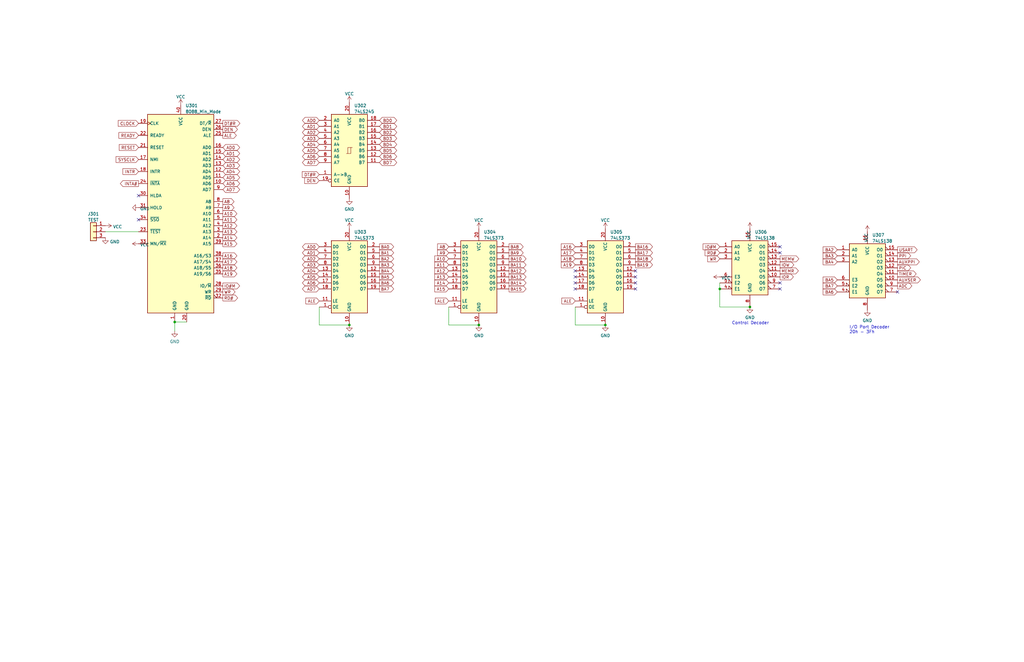
<source format=kicad_sch>
(kicad_sch (version 20211123) (generator eeschema)
  (paper "B")
  (title_block (title "8088Min CPU Board") (date "2022-10-07") (rev "1.0-001") (comment 1 "8088 Minimum-mode SBC") (comment 2 "Based on design from Walter Fuller"))
  (lib_symbols
    (symbol "74xx:74LS138" (pin_names (offset 1.016))
      (property "Reference" "U" (at -7.62 11.43 0))
      (property "Value" "74LS138" (at -7.62 -13.97 0))
      (symbol "74LS138_1_0"
        (pin input line (at -12.7 7.62 0) (length 5.08) (name "A0") (number "1"))
        (pin output output_low (at 12.7 -5.08 180) (length 5.08) (name "O5") (number "10"))
        (pin output output_low (at 12.7 -2.54 180) (length 5.08) (name "O4") (number "11"))
        (pin output output_low (at 12.7 0 180) (length 5.08) (name "O3") (number "12"))
        (pin output output_low (at 12.7 2.54 180) (length 5.08) (name "O2") (number "13"))
        (pin output output_low (at 12.7 5.08 180) (length 5.08) (name "O1") (number "14"))
        (pin output output_low (at 12.7 7.62 180) (length 5.08) (name "O0") (number "15"))
        (pin power_in line (at 0 15.24 270) (length 5.08) (name "VCC") (number "16"))
        (pin input line (at -12.7 5.08 0) (length 5.08) (name "A1") (number "2"))
        (pin input line (at -12.7 2.54 0) (length 5.08) (name "A2") (number "3"))
        (pin input input_low (at -12.7 -10.16 0) (length 5.08) (name "E1") (number "4"))
        (pin input input_low (at -12.7 -7.62 0) (length 5.08) (name "E2") (number "5"))
        (pin input line (at -12.7 -5.08 0) (length 5.08) (name "E3") (number "6"))
        (pin output output_low (at 12.7 -10.16 180) (length 5.08) (name "O7") (number "7"))
        (pin power_in line (at 0 -17.78 90) (length 5.08) (name "GND") (number "8"))
        (pin output output_low (at 12.7 -7.62 180) (length 5.08) (name "O6") (number "9"))
      )
      (symbol "74LS138_1_1"
        (rectangle (start -7.62 10.16) (end 7.62 -12.7) (stroke (width 0.254)) (fill (type background)))
      )
    )
    (symbol "74xx:74LS245" (pin_names (offset 1.016))
      (property "Reference" "U" (at -7.62 16.51 0))
      (property "Value" "74LS245" (at -7.62 -16.51 0))
      (symbol "74LS245_1_0"
        (polyline (pts (xy -0.635 -1.27) (xy -0.635 1.27) (xy 0.635 1.27)))
        (polyline (pts (xy -1.27 -1.27) (xy 0.635 -1.27) (xy 0.635 1.27) (xy 1.27 1.27)))
        (pin input line (at -12.7 -10.16 0) (length 5.08) (name "A->B") (number "1"))
        (pin power_in line (at 0 -20.32 90) (length 5.08) (name "GND") (number "10"))
        (pin tri_state line (at 12.7 -5.08 180) (length 5.08) (name "B7") (number "11"))
        (pin tri_state line (at 12.7 -2.54 180) (length 5.08) (name "B6") (number "12"))
        (pin tri_state line (at 12.7 0 180) (length 5.08) (name "B5") (number "13"))
        (pin tri_state line (at 12.7 2.54 180) (length 5.08) (name "B4") (number "14"))
        (pin tri_state line (at 12.7 5.08 180) (length 5.08) (name "B3") (number "15"))
        (pin tri_state line (at 12.7 7.62 180) (length 5.08) (name "B2") (number "16"))
        (pin tri_state line (at 12.7 10.16 180) (length 5.08) (name "B1") (number "17"))
        (pin tri_state line (at 12.7 12.7 180) (length 5.08) (name "B0") (number "18"))
        (pin input inverted (at -12.7 -12.7 0) (length 5.08) (name "CE") (number "19"))
        (pin tri_state line (at -12.7 12.7 0) (length 5.08) (name "A0") (number "2"))
        (pin power_in line (at 0 20.32 270) (length 5.08) (name "VCC") (number "20"))
        (pin tri_state line (at -12.7 10.16 0) (length 5.08) (name "A1") (number "3"))
        (pin tri_state line (at -12.7 7.62 0) (length 5.08) (name "A2") (number "4"))
        (pin tri_state line (at -12.7 5.08 0) (length 5.08) (name "A3") (number "5"))
        (pin tri_state line (at -12.7 2.54 0) (length 5.08) (name "A4") (number "6"))
        (pin tri_state line (at -12.7 0 0) (length 5.08) (name "A5") (number "7"))
        (pin tri_state line (at -12.7 -2.54 0) (length 5.08) (name "A6") (number "8"))
        (pin tri_state line (at -12.7 -5.08 0) (length 5.08) (name "A7") (number "9"))
      )
      (symbol "74LS245_1_1"
        (rectangle (start -7.62 15.24) (end 7.62 -15.24) (stroke (width 0.254)) (fill (type background)))
      )
    )
    (symbol "74xx:74LS373"
      (property "Reference" "U" (at -7.62 16.51 0))
      (property "Value" "74LS373" (at -7.62 -16.51 0))
      (symbol "74LS373_1_0"
        (pin input inverted (at -12.7 -12.7 0) (length 5.08) (name "OE") (number "1"))
        (pin power_in line (at 0 -20.32 90) (length 5.08) (name "GND") (number "10"))
        (pin input line (at -12.7 -10.16 0) (length 5.08) (name "LE") (number "11"))
        (pin tri_state line (at 12.7 2.54 180) (length 5.08) (name "O4") (number "12"))
        (pin input line (at -12.7 2.54 0) (length 5.08) (name "D4") (number "13"))
        (pin input line (at -12.7 0 0) (length 5.08) (name "D5") (number "14"))
        (pin tri_state line (at 12.7 0 180) (length 5.08) (name "O5") (number "15"))
        (pin tri_state line (at 12.7 -2.54 180) (length 5.08) (name "O6") (number "16"))
        (pin input line (at -12.7 -2.54 0) (length 5.08) (name "D6") (number "17"))
        (pin input line (at -12.7 -5.08 0) (length 5.08) (name "D7") (number "18"))
        (pin tri_state line (at 12.7 -5.08 180) (length 5.08) (name "O7") (number "19"))
        (pin tri_state line (at 12.7 12.7 180) (length 5.08) (name "O0") (number "2"))
        (pin power_in line (at 0 20.32 270) (length 5.08) (name "VCC") (number "20"))
        (pin input line (at -12.7 12.7 0) (length 5.08) (name "D0") (number "3"))
        (pin input line (at -12.7 10.16 0) (length 5.08) (name "D1") (number "4"))
        (pin tri_state line (at 12.7 10.16 180) (length 5.08) (name "O1") (number "5"))
        (pin tri_state line (at 12.7 7.62 180) (length 5.08) (name "O2") (number "6"))
        (pin input line (at -12.7 7.62 0) (length 5.08) (name "D2") (number "7"))
        (pin input line (at -12.7 5.08 0) (length 5.08) (name "D3") (number "8"))
        (pin tri_state line (at 12.7 5.08 180) (length 5.08) (name "O3") (number "9"))
      )
      (symbol "74LS373_1_1"
        (rectangle (start -7.62 15.24) (end 7.62 -15.24) (stroke (width 0.254)) (fill (type background)))
      )
    )
    (symbol "Connector_Generic:Conn_01x03" (pin_names (offset 1.016) hide)
      (property "Reference" "J" (at 0 5.08 0))
      (property "Value" "Conn_01x03" (at 0 -5.08 0))
      (symbol "Conn_01x03_1_1"
        (rectangle (start -1.27 -2.413) (end 0 -2.667) (stroke (width 0.1524)))
        (rectangle (start -1.27 0.127) (end 0 -0.127) (stroke (width 0.1524)))
        (rectangle (start -1.27 2.667) (end 0 2.413) (stroke (width 0.1524)))
        (rectangle (start -1.27 3.81) (end 1.27 -3.81) (stroke (width 0.254)) (fill (type background)))
        (pin passive line (at -5.08 2.54 0) (length 3.81) (name "Pin_1") (number "1"))
        (pin passive line (at -5.08 0 0) (length 3.81) (name "Pin_2") (number "2"))
        (pin passive line (at -5.08 -2.54 0) (length 3.81) (name "Pin_3") (number "3"))
      )
    )
    (symbol "MCU_Intel:8088_Min_Mode" (pin_names (offset 1.016))
      (property "Reference" "U" (at -12.7 43.18 0))
      (property "Value" "8088_Min_Mode" (at 10.16 43.18 0))
      (symbol "8088_Min_Mode_0_1"
        (rectangle (start 13.97 -41.91) (end -13.97 41.91) (stroke (width 0.254)) (fill (type background)))
      )
      (symbol "8088_Min_Mode_1_1"
        (pin power_in line (at -2.54 -45.72 90) (length 3.81) (name "GND") (number "1"))
        (pin bidirectional line (at 17.78 12.7 180) (length 3.81) (name "AD6") (number "10"))
        (pin bidirectional line (at 17.78 15.24 180) (length 3.81) (name "AD5") (number "11"))
        (pin bidirectional line (at 17.78 17.78 180) (length 3.81) (name "AD4") (number "12"))
        (pin bidirectional line (at 17.78 20.32 180) (length 3.81) (name "AD3") (number "13"))
        (pin bidirectional line (at 17.78 22.86 180) (length 3.81) (name "AD2") (number "14"))
        (pin bidirectional line (at 17.78 25.4 180) (length 3.81) (name "AD1") (number "15"))
        (pin bidirectional line (at 17.78 27.94 180) (length 3.81) (name "AD0") (number "16"))
        (pin input line (at -17.78 22.86 0) (length 3.81) (name "NMI") (number "17"))
        (pin input line (at -17.78 17.78 0) (length 3.81) (name "INTR") (number "18"))
        (pin input clock (at -17.78 38.1 0) (length 3.81) (name "CLK") (number "19"))
        (pin output line (at 17.78 -10.16 180) (length 3.81) (name "A14") (number "2"))
        (pin power_in line (at 2.54 -45.72 90) (length 3.81) (name "GND") (number "20"))
        (pin input line (at -17.78 27.94 0) (length 3.81) (name "RESET") (number "21"))
        (pin input line (at -17.78 33.02 0) (length 3.81) (name "READY") (number "22"))
        (pin input line (at -17.78 -7.62 0) (length 3.81) (name "~{TEST}") (number "23"))
        (pin output line (at -17.78 12.7 0) (length 3.81) (name "~{INTA}") (number "24"))
        (pin output line (at 17.78 33.02 180) (length 3.81) (name "ALE") (number "25"))
        (pin output line (at 17.78 35.56 180) (length 3.81) (name "DEN") (number "26"))
        (pin output line (at 17.78 38.1 180) (length 3.81) (name "DT/~{R}") (number "27"))
        (pin output line (at 17.78 -30.48 180) (length 3.81) (name "IO/~{M}") (number "28"))
        (pin output line (at 17.78 -33.02 180) (length 3.81) (name "WR") (number "29"))
        (pin output line (at 17.78 -7.62 180) (length 3.81) (name "A13") (number "3"))
        (pin output line (at -17.78 7.62 0) (length 3.81) (name "HLDA") (number "30"))
        (pin input line (at -17.78 2.54 0) (length 3.81) (name "HOLD") (number "31"))
        (pin output output_low (at 17.78 -35.56 180) (length 3.81) (name "~{RD}") (number "32"))
        (pin input line (at -17.78 -12.7 0) (length 3.81) (name "MN/~{MX}") (number "33"))
        (pin output line (at -17.78 -2.54 0) (length 3.81) (name "~{SSO}") (number "34"))
        (pin output line (at 17.78 -25.4 180) (length 3.81) (name "A19/S6") (number "35"))
        (pin output line (at 17.78 -22.86 180) (length 3.81) (name "A18/S5") (number "36"))
        (pin output line (at 17.78 -20.32 180) (length 3.81) (name "A17/S4") (number "37"))
        (pin output line (at 17.78 -17.78 180) (length 3.81) (name "A16/S3") (number "38"))
        (pin output line (at 17.78 -12.7 180) (length 3.81) (name "A15") (number "39"))
        (pin output line (at 17.78 -5.08 180) (length 3.81) (name "A12") (number "4"))
        (pin power_in line (at 0 45.72 270) (length 3.81) (name "VCC") (number "40"))
        (pin output line (at 17.78 -2.54 180) (length 3.81) (name "A11") (number "5"))
        (pin output line (at 17.78 0 180) (length 3.81) (name "A10") (number "6"))
        (pin output line (at 17.78 2.54 180) (length 3.81) (name "A9") (number "7"))
        (pin output line (at 17.78 5.08 180) (length 3.81) (name "A8") (number "8"))
        (pin bidirectional line (at 17.78 10.16 180) (length 3.81) (name "AD7") (number "9"))
      )
    )
    (symbol "power:GND" (power) (pin_names (offset 0))
      (property "Value" "GND" (at 0 -3.81 0))
      (symbol "GND_0_1"
        (polyline (pts (xy 0 0) (xy 0 -1.27) (xy 1.27 -1.27) (xy 0 -2.54) (xy -1.27 -1.27) (xy 0 -1.27)))
      )
      (symbol "GND_1_1"
        (pin power_in line (at 0 0 270) (length 0) hide (name "GND") (number "1"))
      )
    )
    (symbol "power:VCC" (power) (pin_names (offset 0))
      (property "Value" "VCC" (at 0 3.81 0))
      (symbol "VCC_0_1"
        (polyline (pts (xy -0.762 1.27) (xy 0 2.54)))
        (polyline (pts (xy 0 0) (xy 0 2.54)))
        (polyline (pts (xy 0 2.54) (xy 0.762 1.27)))
      )
      (symbol "VCC_1_1"
        (pin power_in line (at 0 0 90) (length 0) hide (name "VCC") (number "1"))
      )
    )
  )
  (junction (at 201.93 137.16))
  (junction (at 255.27 137.16))
  (junction (at 147.32 137.16))
  (junction (at 303.53 121.92))
  (junction (at 73.66 135.89))
  (junction (at 316.23 129.54))
  (no_connect (at 267.97 114.3))
  (no_connect (at 242.57 114.3))
  (no_connect (at 378.46 123.19))
  (no_connect (at 328.93 119.38))
  (no_connect (at 328.93 104.14))
  (no_connect (at 328.93 121.92))
  (no_connect (at 328.93 106.68))
  (no_connect (at 58.42 92.71))
  (no_connect (at 58.42 82.55))
  (no_connect (at 267.97 116.84))
  (no_connect (at 267.97 119.38))
  (no_connect (at 267.97 121.92))
  (no_connect (at 242.57 121.92))
  (no_connect (at 242.57 119.38))
  (no_connect (at 242.57 116.84))
  (wire (pts (xy 189.23 137.16) (xy 201.93 137.16)))
  (wire (pts (xy 44.45 97.79) (xy 58.42 97.79)))
  (wire (pts (xy 255.27 137.16) (xy 242.57 137.16)))
  (wire (pts (xy 73.66 135.89) (xy 78.74 135.89)))
  (wire (pts (xy 303.53 119.38) (xy 303.53 121.92)))
  (wire (pts (xy 134.62 129.54) (xy 134.62 137.16)))
  (wire (pts (xy 73.66 135.89) (xy 73.66 139.7)))
  (wire (pts (xy 303.53 129.54) (xy 316.23 129.54)))
  (wire (pts (xy 303.53 121.92) (xy 303.53 129.54)))
  (wire (pts (xy 189.23 129.54) (xy 189.23 137.16)))
  (wire (pts (xy 134.62 137.16) (xy 147.32 137.16)))
  (wire (pts (xy 242.57 137.16) (xy 242.57 129.54)))
  (text "Control Decoder" (at 308.61 137.16 0) (effects (font (size 1.27 1.27)) (justify left bottom)))
  (text "I/O Port Decoder\n20h - 3Fh" (at 358.14 140.97 0) (effects (font (size 1.27 1.27)) (justify left bottom)))
  (global_label "ALE" (shape input) (at 242.57 127 180) (property "Intersheet References" "${INTERSHEET_REFS}" (effects hide)))
  (global_label "A9" (shape output) (at 93.98 87.63 0) (property "Intersheet References" "${INTERSHEET_REFS}" (effects hide)))
  (global_label "AD5" (shape bidirectional) (at 93.98 74.93 0) (property "Intersheet References" "${INTERSHEET_REFS}" (effects hide)))
  (global_label "AD5" (shape bidirectional) (at 134.62 116.84 180) (property "Intersheet References" "${INTERSHEET_REFS}" (effects hide)))
  (global_label "BD3" (shape bidirectional) (at 160.02 58.42 0) (property "Intersheet References" "${INTERSHEET_REFS}" (effects hide)))
  (global_label "BA4" (shape output) (at 160.02 114.3 0) (property "Intersheet References" "${INTERSHEET_REFS}" (effects hide)))
  (global_label "CLOCK" (shape input) (at 58.42 52.07 180) (property "Intersheet References" "${INTERSHEET_REFS}" (effects hide)))
  (global_label "MEMW" (shape output) (at 328.93 109.22 0) (property "Intersheet References" "${INTERSHEET_REFS}" (effects hide)))
  (global_label "BA15" (shape output) (at 214.63 121.92 0) (property "Intersheet References" "${INTERSHEET_REFS}" (effects hide)))
  (global_label "BA0" (shape output) (at 160.02 104.14 0) (property "Intersheet References" "${INTERSHEET_REFS}" (effects hide)))
  (global_label "AD1" (shape bidirectional) (at 134.62 106.68 180) (property "Intersheet References" "${INTERSHEET_REFS}" (effects hide)))
  (global_label "READY" (shape input) (at 58.42 57.15 180) (property "Intersheet References" "${INTERSHEET_REFS}" (effects hide)))
  (global_label "A13" (shape output) (at 93.98 97.79 0) (property "Intersheet References" "${INTERSHEET_REFS}" (effects hide)))
  (global_label "BD6" (shape bidirectional) (at 160.02 66.04 0) (property "Intersheet References" "${INTERSHEET_REFS}" (effects hide)))
  (global_label "BD1" (shape bidirectional) (at 160.02 53.34 0) (property "Intersheet References" "${INTERSHEET_REFS}" (effects hide)))
  (global_label "A13" (shape input) (at 189.23 116.84 180) (property "Intersheet References" "${INTERSHEET_REFS}" (effects hide)))
  (global_label "AD1" (shape bidirectional) (at 134.62 53.34 180) (property "Intersheet References" "${INTERSHEET_REFS}" (effects hide)))
  (global_label "RD#" (shape input) (at 303.53 106.68 180) (property "Intersheet References" "${INTERSHEET_REFS}" (effects hide)))
  (global_label "BD7" (shape bidirectional) (at 160.02 68.58 0) (property "Intersheet References" "${INTERSHEET_REFS}" (effects hide)))
  (global_label "TIMER" (shape output) (at 378.46 115.57 0) (property "Intersheet References" "${INTERSHEET_REFS}" (effects hide)))
  (global_label "BA7" (shape output) (at 160.02 121.92 0) (property "Intersheet References" "${INTERSHEET_REFS}" (effects hide)))
  (global_label "ADC" (shape output) (at 378.46 120.65 0) (property "Intersheet References" "${INTERSHEET_REFS}" (effects hide)))
  (global_label "AD6" (shape bidirectional) (at 93.98 77.47 0) (property "Intersheet References" "${INTERSHEET_REFS}" (effects hide)))
  (global_label "ALE" (shape input) (at 189.23 127 180) (property "Intersheet References" "${INTERSHEET_REFS}" (effects hide)))
  (global_label "BA11" (shape output) (at 214.63 111.76 0) (property "Intersheet References" "${INTERSHEET_REFS}" (effects hide)))
  (global_label "BA1" (shape output) (at 160.02 106.68 0) (property "Intersheet References" "${INTERSHEET_REFS}" (effects hide)))
  (global_label "AD5" (shape bidirectional) (at 134.62 63.5 180) (property "Intersheet References" "${INTERSHEET_REFS}" (effects hide)))
  (global_label "BA9" (shape output) (at 214.63 106.68 0) (property "Intersheet References" "${INTERSHEET_REFS}" (effects hide)))
  (global_label "AD4" (shape bidirectional) (at 134.62 60.96 180) (property "Intersheet References" "${INTERSHEET_REFS}" (effects hide)))
  (global_label "DEN" (shape input) (at 134.62 76.2 180) (property "Intersheet References" "${INTERSHEET_REFS}" (effects hide)))
  (global_label "BA13" (shape output) (at 214.63 116.84 0) (property "Intersheet References" "${INTERSHEET_REFS}" (effects hide)))
  (global_label "BA8" (shape output) (at 214.63 104.14 0) (property "Intersheet References" "${INTERSHEET_REFS}" (effects hide)))
  (global_label "IO#M" (shape input) (at 303.53 104.14 180) (property "Intersheet References" "${INTERSHEET_REFS}" (effects hide)))
  (global_label "A11" (shape input) (at 189.23 111.76 180) (property "Intersheet References" "${INTERSHEET_REFS}" (effects hide)))
  (global_label "A8" (shape output) (at 93.98 85.09 0) (property "Intersheet References" "${INTERSHEET_REFS}" (effects hide)))
  (global_label "AD2" (shape bidirectional) (at 93.98 67.31 0) (property "Intersheet References" "${INTERSHEET_REFS}" (effects hide)))
  (global_label "AD3" (shape bidirectional) (at 93.98 69.85 0) (property "Intersheet References" "${INTERSHEET_REFS}" (effects hide)))
  (global_label "AD0" (shape bidirectional) (at 134.62 50.8 180) (property "Intersheet References" "${INTERSHEET_REFS}" (effects hide)))
  (global_label "AD4" (shape bidirectional) (at 134.62 114.3 180) (property "Intersheet References" "${INTERSHEET_REFS}" (effects hide)))
  (global_label "AD3" (shape bidirectional) (at 134.62 111.76 180) (property "Intersheet References" "${INTERSHEET_REFS}" (effects hide)))
  (global_label "AUXSER" (shape output) (at 378.46 118.11 0) (property "Intersheet References" "${INTERSHEET_REFS}" (effects hide)))
  (global_label "IO#M" (shape output) (at 93.98 120.65 0) (property "Intersheet References" "${INTERSHEET_REFS}" (effects hide)))
  (global_label "RESET" (shape input) (at 58.42 62.23 180) (property "Intersheet References" "${INTERSHEET_REFS}" (effects hide)))
  (global_label "BA10" (shape output) (at 214.63 109.22 0) (property "Intersheet References" "${INTERSHEET_REFS}" (effects hide)))
  (global_label "BA3" (shape output) (at 160.02 111.76 0) (property "Intersheet References" "${INTERSHEET_REFS}" (effects hide)))
  (global_label "INTR" (shape input) (at 58.42 72.39 180) (property "Intersheet References" "${INTERSHEET_REFS}" (effects hide)))
  (global_label "BA6" (shape output) (at 160.02 119.38 0) (property "Intersheet References" "${INTERSHEET_REFS}" (effects hide)))
  (global_label "BA18" (shape output) (at 267.97 109.22 0) (property "Intersheet References" "${INTERSHEET_REFS}" (effects hide)))
  (global_label "BA12" (shape output) (at 214.63 114.3 0) (property "Intersheet References" "${INTERSHEET_REFS}" (effects hide)))
  (global_label "AD2" (shape bidirectional) (at 134.62 55.88 180) (property "Intersheet References" "${INTERSHEET_REFS}" (effects hide)))
  (global_label "BA2" (shape input) (at 353.06 105.41 180) (property "Intersheet References" "${INTERSHEET_REFS}" (effects hide)))
  (global_label "A10" (shape input) (at 189.23 109.22 180) (property "Intersheet References" "${INTERSHEET_REFS}" (effects hide)))
  (global_label "A17" (shape input) (at 242.57 106.68 180) (property "Intersheet References" "${INTERSHEET_REFS}" (effects hide)))
  (global_label "BD4" (shape bidirectional) (at 160.02 60.96 0) (property "Intersheet References" "${INTERSHEET_REFS}" (effects hide)))
  (global_label "A16" (shape output) (at 93.98 107.95 0) (property "Intersheet References" "${INTERSHEET_REFS}" (effects hide)))
  (global_label "BA3" (shape input) (at 353.06 107.95 180) (property "Intersheet References" "${INTERSHEET_REFS}" (effects hide)))
  (global_label "AD6" (shape bidirectional) (at 134.62 66.04 180) (property "Intersheet References" "${INTERSHEET_REFS}" (effects hide)))
  (global_label "BA19" (shape output) (at 267.97 111.76 0) (property "Intersheet References" "${INTERSHEET_REFS}" (effects hide)))
  (global_label "IOW" (shape output) (at 328.93 111.76 0) (property "Intersheet References" "${INTERSHEET_REFS}" (effects hide)))
  (global_label "BA2" (shape output) (at 160.02 109.22 0) (property "Intersheet References" "${INTERSHEET_REFS}" (effects hide)))
  (global_label "A10" (shape output) (at 93.98 90.17 0) (property "Intersheet References" "${INTERSHEET_REFS}" (effects hide)))
  (global_label "A18" (shape input) (at 242.57 109.22 180) (property "Intersheet References" "${INTERSHEET_REFS}" (effects hide)))
  (global_label "AD0" (shape bidirectional) (at 93.98 62.23 0) (property "Intersheet References" "${INTERSHEET_REFS}" (effects hide)))
  (global_label "AD0" (shape bidirectional) (at 134.62 104.14 180) (property "Intersheet References" "${INTERSHEET_REFS}" (effects hide)))
  (global_label "IOR" (shape output) (at 328.93 116.84 0) (property "Intersheet References" "${INTERSHEET_REFS}" (effects hide)))
  (global_label "AUXPPI" (shape output) (at 378.46 110.49 0) (property "Intersheet References" "${INTERSHEET_REFS}" (effects hide)))
  (global_label "AD4" (shape bidirectional) (at 93.98 72.39 0) (property "Intersheet References" "${INTERSHEET_REFS}" (effects hide)))
  (global_label "AD6" (shape bidirectional) (at 134.62 119.38 180) (property "Intersheet References" "${INTERSHEET_REFS}" (effects hide)))
  (global_label "PPI" (shape output) (at 378.46 107.95 0) (property "Intersheet References" "${INTERSHEET_REFS}" (effects hide)))
  (global_label "DT#R" (shape output) (at 93.98 52.07 0) (property "Intersheet References" "${INTERSHEET_REFS}" (effects hide)))
  (global_label "AD3" (shape bidirectional) (at 134.62 58.42 180) (property "Intersheet References" "${INTERSHEET_REFS}" (effects hide)))
  (global_label "MEMR" (shape output) (at 328.93 114.3 0) (property "Intersheet References" "${INTERSHEET_REFS}" (effects hide)))
  (global_label "AD7" (shape bidirectional) (at 134.62 121.92 180) (property "Intersheet References" "${INTERSHEET_REFS}" (effects hide)))
  (global_label "ALE" (shape input) (at 134.62 127 180) (property "Intersheet References" "${INTERSHEET_REFS}" (effects hide)))
  (global_label "A15" (shape output) (at 93.98 102.87 0) (property "Intersheet References" "${INTERSHEET_REFS}" (effects hide)))
  (global_label "DT#R" (shape input) (at 134.62 73.66 180) (property "Intersheet References" "${INTERSHEET_REFS}" (effects hide)))
  (global_label "PIC" (shape output) (at 378.46 113.03 0) (property "Intersheet References" "${INTERSHEET_REFS}" (effects hide)))
  (global_label "SYSCLK" (shape input) (at 58.42 67.31 180) (property "Intersheet References" "${INTERSHEET_REFS}" (effects hide)))
  (global_label "BA5" (shape output) (at 160.02 116.84 0) (property "Intersheet References" "${INTERSHEET_REFS}" (effects hide)))
  (global_label "A11" (shape output) (at 93.98 92.71 0) (property "Intersheet References" "${INTERSHEET_REFS}" (effects hide)))
  (global_label "INTA#" (shape output) (at 58.42 77.47 180) (property "Intersheet References" "${INTERSHEET_REFS}" (effects hide)))
  (global_label "ALE" (shape output) (at 93.98 57.15 0) (property "Intersheet References" "${INTERSHEET_REFS}" (effects hide)))
  (global_label "BA6" (shape input) (at 353.06 123.19 180) (property "Intersheet References" "${INTERSHEET_REFS}" (effects hide)))
  (global_label "BA5" (shape input) (at 353.06 118.11 180) (property "Intersheet References" "${INTERSHEET_REFS}" (effects hide)))
  (global_label "A8" (shape input) (at 189.23 104.14 180) (property "Intersheet References" "${INTERSHEET_REFS}" (effects hide)))
  (global_label "BA17" (shape output) (at 267.97 106.68 0) (property "Intersheet References" "${INTERSHEET_REFS}" (effects hide)))
  (global_label "A14" (shape output) (at 93.98 100.33 0) (property "Intersheet References" "${INTERSHEET_REFS}" (effects hide)))
  (global_label "BA7" (shape input) (at 353.06 120.65 180) (property "Intersheet References" "${INTERSHEET_REFS}" (effects hide)))
  (global_label "A12" (shape input) (at 189.23 114.3 180) (property "Intersheet References" "${INTERSHEET_REFS}" (effects hide)))
  (global_label "A14" (shape input) (at 189.23 119.38 180) (property "Intersheet References" "${INTERSHEET_REFS}" (effects hide)))
  (global_label "AD7" (shape bidirectional) (at 93.98 80.01 0) (property "Intersheet References" "${INTERSHEET_REFS}" (effects hide)))
  (global_label "USART" (shape output) (at 378.46 105.41 0) (property "Intersheet References" "${INTERSHEET_REFS}" (effects hide)))
  (global_label "AD7" (shape bidirectional) (at 134.62 68.58 180) (property "Intersheet References" "${INTERSHEET_REFS}" (effects hide)))
  (global_label "DEN" (shape output) (at 93.98 54.61 0) (property "Intersheet References" "${INTERSHEET_REFS}" (effects hide)))
  (global_label "A16" (shape input) (at 242.57 104.14 180) (property "Intersheet References" "${INTERSHEET_REFS}" (effects hide)))
  (global_label "A19" (shape output) (at 93.98 115.57 0) (property "Intersheet References" "${INTERSHEET_REFS}" (effects hide)))
  (global_label "BD2" (shape bidirectional) (at 160.02 55.88 0) (property "Intersheet References" "${INTERSHEET_REFS}" (effects hide)))
  (global_label "BA16" (shape output) (at 267.97 104.14 0) (property "Intersheet References" "${INTERSHEET_REFS}" (effects hide)))
  (global_label "BA4" (shape input) (at 353.06 110.49 180) (property "Intersheet References" "${INTERSHEET_REFS}" (effects hide)))
  (global_label "AD2" (shape bidirectional) (at 134.62 109.22 180) (property "Intersheet References" "${INTERSHEET_REFS}" (effects hide)))
  (global_label "WR" (shape output) (at 93.98 123.19 0) (property "Intersheet References" "${INTERSHEET_REFS}" (effects hide)))
  (global_label "A12" (shape output) (at 93.98 95.25 0) (property "Intersheet References" "${INTERSHEET_REFS}" (effects hide)))
  (global_label "AD1" (shape bidirectional) (at 93.98 64.77 0) (property "Intersheet References" "${INTERSHEET_REFS}" (effects hide)))
  (global_label "BD5" (shape bidirectional) (at 160.02 63.5 0) (property "Intersheet References" "${INTERSHEET_REFS}" (effects hide)))
  (global_label "A15" (shape input) (at 189.23 121.92 180) (property "Intersheet References" "${INTERSHEET_REFS}" (effects hide)))
  (global_label "A19" (shape input) (at 242.57 111.76 180) (property "Intersheet References" "${INTERSHEET_REFS}" (effects hide)))
  (global_label "BD0" (shape bidirectional) (at 160.02 50.8 0) (property "Intersheet References" "${INTERSHEET_REFS}" (effects hide)))
  (global_label "WR" (shape input) (at 303.53 109.22 180) (property "Intersheet References" "${INTERSHEET_REFS}" (effects hide)))
  (global_label "A17" (shape output) (at 93.98 110.49 0) (property "Intersheet References" "${INTERSHEET_REFS}" (effects hide)))
  (global_label "RD#" (shape output) (at 93.98 125.73 0) (property "Intersheet References" "${INTERSHEET_REFS}" (effects hide)))
  (global_label "BA14" (shape output) (at 214.63 119.38 0) (property "Intersheet References" "${INTERSHEET_REFS}" (effects hide)))
  (global_label "A18" (shape output) (at 93.98 113.03 0) (property "Intersheet References" "${INTERSHEET_REFS}" (effects hide)))
  (global_label "A9" (shape input) (at 189.23 106.68 180) (property "Intersheet References" "${INTERSHEET_REFS}" (effects hide)))
  (symbol (lib_id "74xx:74LS373") (at 255.27 116.84 0) (unit 1)
    (property "Reference" "U305" (at 257.2894 97.9002 0) (effects (justify left)))
    (property "Value" "74LS373" (at 257.2894 100.4371 0) (effects (justify left)))
    (property "Footprint" "Package_DIP:DIP-20_W7.62mm_Socket" (effects hide))
    (property "Datasheet" "http://www.ti.com/lit/gpn/sn74LS373" (effects hide))
  )
  (symbol (lib_id "74xx:74LS138") (at 365.76 113.03 0) (unit 1)
    (property "Reference" "U307" (at 367.7794 99.1702 0) (effects (justify left)))
    (property "Value" "74LS138" (at 367.7794 101.7071 0) (effects (justify left)))
    (property "Footprint" "Package_DIP:DIP-16_W7.62mm_Socket" (effects hide))
    (property "Datasheet" "http://www.ti.com/lit/gpn/sn74LS138" (effects hide))
  )
  (symbol (lib_id "74xx:74LS373") (at 201.93 116.84 0) (unit 1)
    (property "Reference" "U304" (at 203.9494 97.9002 0) (effects (justify left)))
    (property "Value" "74LS373" (at 203.9494 100.4371 0) (effects (justify left)))
    (property "Footprint" "Package_DIP:DIP-20_W7.62mm_Socket" (effects hide))
    (property "Datasheet" "http://www.ti.com/lit/gpn/sn74LS373" (effects hide))
  )
  (symbol (lib_id "power:VCC") (at 201.93 96.52 0) (unit 1)
    (property "Reference" "#PWR0311" (effects hide))
    (property "Value" "VCC" (at 201.93 92.9442 0))
  )
  (symbol (lib_id "74xx:74LS138") (at 316.23 111.76 0) (unit 1)
    (property "Reference" "U306" (at 318.2494 97.9002 0) (effects (justify left)))
    (property "Value" "74LS138" (at 318.2494 100.4371 0) (effects (justify left)))
    (property "Footprint" "Package_DIP:DIP-16_W7.62mm_Socket" (effects hide))
    (property "Datasheet" "http://www.ti.com/lit/gpn/sn74LS138" (effects hide))
  )
  (symbol (lib_id "power:VCC") (at 303.53 116.84 90) (unit 1)
    (property "Reference" "#PWR0315" (effects hide))
    (property "Value" "VCC" (at 304.165 117.2738 90) (effects (justify right)))
  )
  (symbol (lib_id "74xx:74LS373") (at 147.32 116.84 0) (unit 1)
    (property "Reference" "U303" (at 149.3394 97.9002 0) (effects (justify left)))
    (property "Value" "74LS373" (at 149.3394 100.4371 0) (effects (justify left)))
    (property "Footprint" "Package_DIP:DIP-20_W7.62mm_Socket" (effects hide))
    (property "Datasheet" "http://www.ti.com/lit/gpn/sn74LS373" (effects hide))
  )
  (symbol (lib_id "power:GND") (at 58.42 87.63 270) (unit 1)
    (property "Reference" "#PWR0303" (effects hide))
    (property "Value" "GND" (at 59.055 88.0638 90) (effects (justify left)))
  )
  (symbol (lib_id "power:GND") (at 365.76 130.81 0) (unit 1)
    (property "Reference" "#PWR0319" (effects hide))
    (property "Value" "GND" (at 365.76 135.2534 0))
  )
  (symbol (lib_id "power:VCC") (at 255.27 96.52 0) (unit 1)
    (property "Reference" "#PWR0313" (effects hide))
    (property "Value" "VCC" (at 255.27 92.9442 0))
  )
  (symbol (lib_id "power:VCC") (at 76.2 44.45 0) (unit 1)
    (property "Reference" "#PWR0306" (effects hide))
    (property "Value" "VCC" (at 76.2 40.8742 0))
  )
  (symbol (lib_id "MCU_Intel:8088_Min_Mode") (at 76.2 90.17 0) (unit 1)
    (property "Reference" "U301" (at 78.2194 44.5602 0) (effects (justify left)))
    (property "Value" "8088_Min_Mode" (at 78.2194 47.0971 0) (effects (justify left)))
    (property "Footprint" "Package_DIP:DIP-40_W15.24mm" (effects hide))
    (property "Datasheet" "http://datasheets.chipdb.org/Intel/x86/808x/datashts/8088/231456-006.pdf" (effects hide))
  )
  (symbol (lib_id "power:GND") (at 201.93 137.16 0) (unit 1)
    (property "Reference" "#PWR0312" (effects hide))
    (property "Value" "GND" (at 201.93 141.6034 0))
  )
  (symbol (lib_id "74xx:74LS245") (at 147.32 63.5 0) (unit 1)
    (property "Reference" "U302" (at 149.3394 44.5602 0) (effects (justify left)))
    (property "Value" "74LS245" (at 149.3394 47.0971 0) (effects (justify left)))
    (property "Footprint" "Package_DIP:DIP-20_W7.62mm_Socket" (effects hide))
    (property "Datasheet" "http://www.ti.com/lit/gpn/sn74LS245" (effects hide))
  )
  (symbol (lib_id "power:VCC") (at 316.23 96.52 0) (unit 1)
    (property "Reference" "#PWR0316" (effects hide))
    (property "Value" "VCC" (at 315.7962 97.155 90) (effects (justify right)))
  )
  (symbol (lib_id "power:VCC") (at 365.76 97.79 0) (unit 1)
    (property "Reference" "#PWR0318" (effects hide))
    (property "Value" "VCC" (at 365.3262 98.425 90) (effects (justify right)))
  )
  (symbol (lib_id "power:VCC") (at 44.45 95.25 270) (unit 1)
    (property "Reference" "#PWR0301" (effects hide))
    (property "Value" "VCC" (at 47.625 95.6838 90) (effects (justify left)))
  )
  (symbol (lib_id "power:VCC") (at 58.42 102.87 90) (unit 1)
    (property "Reference" "#PWR0304" (effects hide))
    (property "Value" "VCC" (at 59.055 103.3038 90) (effects (justify right)))
  )
  (symbol (lib_id "power:VCC") (at 147.32 43.18 0) (unit 1)
    (property "Reference" "#PWR0307" (effects hide))
    (property "Value" "VCC" (at 147.32 39.6042 0))
  )
  (symbol (lib_id "power:GND") (at 316.23 129.54 0) (unit 1)
    (property "Reference" "#PWR0317" (effects hide))
    (property "Value" "GND" (at 316.23 133.9834 0))
  )
  (symbol (lib_id "power:VCC") (at 147.32 96.52 0) (unit 1)
    (property "Reference" "#PWR0309" (effects hide))
    (property "Value" "VCC" (at 147.32 92.9442 0))
  )
  (symbol (lib_id "Connector_Generic:Conn_01x03") (at 39.37 97.79 0) (mirror y) (unit 1)
    (property "Reference" "J301" (at 39.37 90.2802 0))
    (property "Value" "TEST" (at 39.37 92.8171 0))
    (property "Footprint" "Connector_PinHeader_2.54mm:PinHeader_1x03_P2.54mm_Vertical" (effects hide))
  )
  (symbol (lib_id "power:GND") (at 44.45 100.33 0) (unit 1)
    (property "Reference" "#PWR0302" (effects hide))
    (property "Value" "GND" (at 46.355 102.0338 0) (effects (justify left)))
  )
  (symbol (lib_id "power:GND") (at 255.27 137.16 0) (unit 1)
    (property "Reference" "#PWR0314" (effects hide))
    (property "Value" "GND" (at 255.27 141.6034 0))
  )
  (symbol (lib_id "power:GND") (at 147.32 83.82 0) (unit 1)
    (property "Reference" "#PWR0308" (effects hide))
    (property "Value" "GND" (at 147.32 88.2634 0))
  )
  (symbol (lib_id "power:GND") (at 147.32 137.16 0) (unit 1)
    (property "Reference" "#PWR0310" (effects hide))
    (property "Value" "GND" (at 147.32 141.6034 0))
  )
  (symbol (lib_id "power:GND") (at 73.66 139.7 0) (unit 1)
    (property "Reference" "#PWR0305" (effects hide))
    (property "Value" "GND" (at 73.66 144.1434 0))
  )
)
</source>
